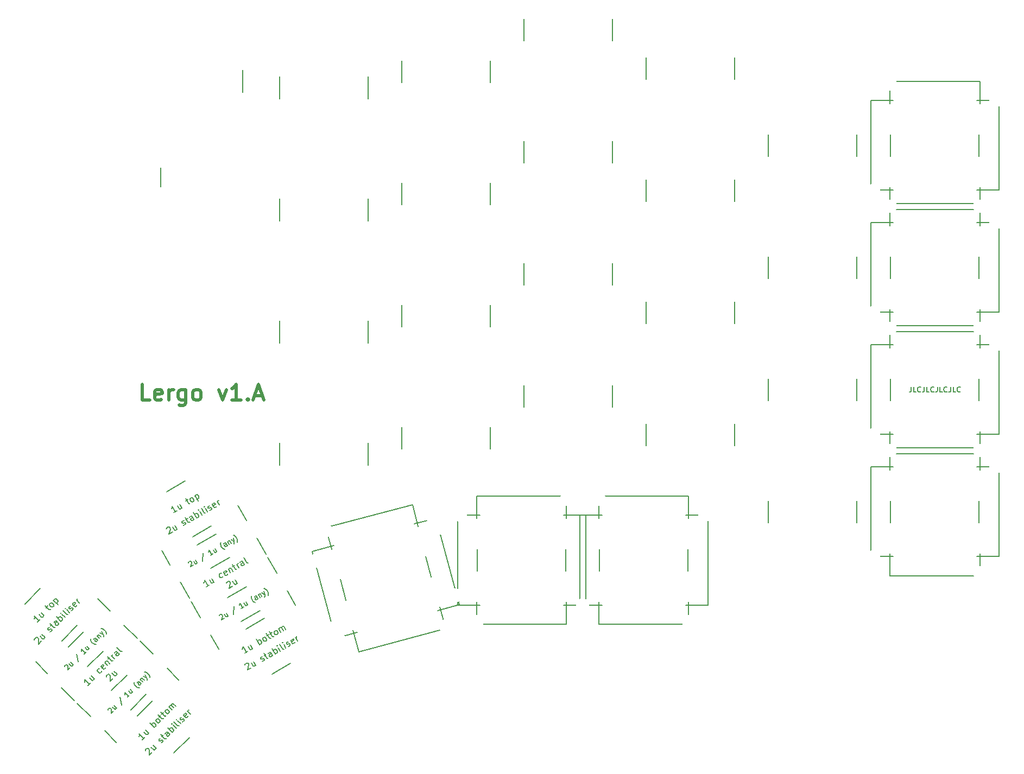
<source format=gto>
%TF.GenerationSoftware,KiCad,Pcbnew,5.1.12-84ad8e8a86~92~ubuntu20.04.1*%
%TF.CreationDate,2021-11-16T23:16:43+01:00*%
%TF.ProjectId,LergoTopPlate_Alu_LessRouting,4c657267-6f54-46f7-9050-6c6174655f41,v1.A*%
%TF.SameCoordinates,Original*%
%TF.FileFunction,Legend,Top*%
%TF.FilePolarity,Positive*%
%FSLAX46Y46*%
G04 Gerber Fmt 4.6, Leading zero omitted, Abs format (unit mm)*
G04 Created by KiCad (PCBNEW 5.1.12-84ad8e8a86~92~ubuntu20.04.1) date 2021-11-16 23:16:43*
%MOMM*%
%LPD*%
G01*
G04 APERTURE LIST*
%ADD10C,0.200000*%
%ADD11C,0.500000*%
%ADD12C,0.150000*%
%ADD13C,2.000000*%
%ADD14C,2.200000*%
%ADD15C,5.300000*%
%ADD16C,1.200000*%
%ADD17C,2.500000*%
G04 APERTURE END LIST*
D10*
X154860000Y-116420000D02*
X154860000Y-119820000D01*
X168660000Y-116420000D02*
X168660000Y-119820000D01*
D11*
X103804761Y-93155952D02*
X102614285Y-93155952D01*
X102614285Y-90655952D01*
X105590476Y-93036904D02*
X105352380Y-93155952D01*
X104876190Y-93155952D01*
X104638095Y-93036904D01*
X104519047Y-92798809D01*
X104519047Y-91846428D01*
X104638095Y-91608333D01*
X104876190Y-91489285D01*
X105352380Y-91489285D01*
X105590476Y-91608333D01*
X105709523Y-91846428D01*
X105709523Y-92084523D01*
X104519047Y-92322619D01*
X106780952Y-93155952D02*
X106780952Y-91489285D01*
X106780952Y-91965476D02*
X106900000Y-91727380D01*
X107019047Y-91608333D01*
X107257142Y-91489285D01*
X107495238Y-91489285D01*
X109400000Y-91489285D02*
X109400000Y-93513095D01*
X109280952Y-93751190D01*
X109161904Y-93870238D01*
X108923809Y-93989285D01*
X108566666Y-93989285D01*
X108328571Y-93870238D01*
X109400000Y-93036904D02*
X109161904Y-93155952D01*
X108685714Y-93155952D01*
X108447619Y-93036904D01*
X108328571Y-92917857D01*
X108209523Y-92679761D01*
X108209523Y-91965476D01*
X108328571Y-91727380D01*
X108447619Y-91608333D01*
X108685714Y-91489285D01*
X109161904Y-91489285D01*
X109400000Y-91608333D01*
X110947619Y-93155952D02*
X110709523Y-93036904D01*
X110590476Y-92917857D01*
X110471428Y-92679761D01*
X110471428Y-91965476D01*
X110590476Y-91727380D01*
X110709523Y-91608333D01*
X110947619Y-91489285D01*
X111304761Y-91489285D01*
X111542857Y-91608333D01*
X111661904Y-91727380D01*
X111780952Y-91965476D01*
X111780952Y-92679761D01*
X111661904Y-92917857D01*
X111542857Y-93036904D01*
X111304761Y-93155952D01*
X110947619Y-93155952D01*
X114519047Y-91489285D02*
X115114285Y-93155952D01*
X115709523Y-91489285D01*
X117971428Y-93155952D02*
X116542857Y-93155952D01*
X117257142Y-93155952D02*
X117257142Y-90655952D01*
X117019047Y-91013095D01*
X116780952Y-91251190D01*
X116542857Y-91370238D01*
X119042857Y-92917857D02*
X119161904Y-93036904D01*
X119042857Y-93155952D01*
X118923809Y-93036904D01*
X119042857Y-92917857D01*
X119042857Y-93155952D01*
X120114285Y-92441666D02*
X121304761Y-92441666D01*
X119876190Y-93155952D02*
X120709523Y-90655952D01*
X121542857Y-93155952D01*
D10*
X86723266Y-122548337D02*
X84319103Y-124952500D01*
X109951723Y-145776794D02*
X107547560Y-148180957D01*
X103216531Y-139041602D02*
X100812368Y-141445765D01*
X93458458Y-129283529D02*
X91054295Y-131687692D01*
X96481339Y-132306410D02*
X94077176Y-134710573D01*
X100193650Y-136018721D02*
X97789487Y-138422884D01*
X96715568Y-144702876D02*
X98554046Y-146541354D01*
X92472928Y-140460235D02*
X94523537Y-142510845D01*
X89998054Y-137985362D02*
X92048664Y-140035971D01*
X85967545Y-133954853D02*
X87806023Y-135793330D01*
X106473642Y-134944802D02*
X108312120Y-136783280D01*
X102231001Y-130702162D02*
X104281611Y-132752771D01*
X99756128Y-128227288D02*
X101806737Y-130277898D01*
X95650489Y-124121649D02*
X97564096Y-126035257D01*
X104210900Y-140035971D02*
X101806737Y-142440134D01*
X92464089Y-128289160D02*
X90059926Y-130693323D01*
X113376963Y-112794731D02*
X110432477Y-114494731D01*
X121683213Y-127181579D02*
X118738727Y-128881579D01*
X117533420Y-109593926D02*
X118886545Y-111937608D01*
X120436545Y-114622286D02*
X121886545Y-117133760D01*
X122186545Y-117653375D02*
X123636545Y-120164849D01*
X125186545Y-122849528D02*
X126486545Y-125101194D01*
X105635395Y-116585942D02*
X106935395Y-118837608D01*
X108485395Y-121522286D02*
X109935395Y-124033760D01*
X110235395Y-124553375D02*
X111685395Y-127064849D01*
X113235395Y-129749528D02*
X114535395Y-132001194D01*
X118842588Y-122261472D02*
X115898102Y-123961472D01*
X116217588Y-117714838D02*
X113273102Y-119414838D01*
X114080088Y-114012580D02*
X111135602Y-115712580D01*
X120980088Y-125963730D02*
X118035602Y-127663730D01*
X125742588Y-134212622D02*
X122798102Y-135912622D01*
X109317588Y-105763688D02*
X106373102Y-107463688D01*
X173910000Y-116420000D02*
X173910000Y-119820000D01*
X187710000Y-116420000D02*
X187710000Y-119820000D01*
X133470119Y-121053778D02*
X134350104Y-124337925D01*
X146799896Y-117482075D02*
X147679881Y-120766222D01*
X219300000Y-108850000D02*
X219300000Y-112250000D01*
X233100000Y-108850000D02*
X233100000Y-112250000D01*
X219300000Y-89800000D02*
X219300000Y-93200000D01*
X233100000Y-89800000D02*
X233100000Y-93200000D01*
X219300000Y-70750000D02*
X219300000Y-74150000D01*
X233100000Y-70750000D02*
X233100000Y-74150000D01*
X219300000Y-51700000D02*
X219300000Y-55100000D01*
X233100000Y-51700000D02*
X233100000Y-55100000D01*
X137850000Y-42700000D02*
X137850000Y-46100000D01*
X124050000Y-42700000D02*
X124050000Y-46100000D01*
X156900000Y-59250000D02*
X156900000Y-62650000D01*
X143100000Y-59250000D02*
X143100000Y-62650000D01*
X214050000Y-70750000D02*
X214050000Y-74150000D01*
X200250000Y-70750000D02*
X200250000Y-74150000D01*
X214050000Y-89800000D02*
X214050000Y-93200000D01*
X200250000Y-89800000D02*
X200250000Y-93200000D01*
X195000000Y-77800000D02*
X195000000Y-81200000D01*
X181200000Y-77800000D02*
X181200000Y-81200000D01*
X175950000Y-71800000D02*
X175950000Y-75200000D01*
X162150000Y-71800000D02*
X162150000Y-75200000D01*
X137850000Y-80800000D02*
X137850000Y-84200000D01*
X124050000Y-80800000D02*
X124050000Y-84200000D01*
X156900000Y-78300000D02*
X156900000Y-81700000D01*
X143100000Y-78300000D02*
X143100000Y-81700000D01*
X137850000Y-99850000D02*
X137850000Y-103250000D01*
X124050000Y-99850000D02*
X124050000Y-103250000D01*
X137850000Y-61750000D02*
X137850000Y-65150000D01*
X124050000Y-61750000D02*
X124050000Y-65150000D01*
X156900000Y-40200000D02*
X156900000Y-43600000D01*
X143100000Y-40200000D02*
X143100000Y-43600000D01*
X175950000Y-90850000D02*
X175950000Y-94250000D01*
X162150000Y-90850000D02*
X162150000Y-94250000D01*
X175950000Y-52750000D02*
X175950000Y-56150000D01*
X162150000Y-52750000D02*
X162150000Y-56150000D01*
X175950000Y-33700000D02*
X175950000Y-37100000D01*
X162150000Y-33700000D02*
X162150000Y-37100000D01*
X195000000Y-96850000D02*
X195000000Y-100250000D01*
X181200000Y-96850000D02*
X181200000Y-100250000D01*
X195000000Y-58750000D02*
X195000000Y-62150000D01*
X181200000Y-58750000D02*
X181200000Y-62150000D01*
X195000000Y-39700000D02*
X195000000Y-43100000D01*
X181200000Y-39700000D02*
X181200000Y-43100000D01*
X214050000Y-108850000D02*
X214050000Y-112250000D01*
X200250000Y-108850000D02*
X200250000Y-112250000D01*
X214050000Y-51700000D02*
X214050000Y-55100000D01*
X200250000Y-51700000D02*
X200250000Y-55100000D01*
X156900000Y-97350000D02*
X156900000Y-100750000D01*
X143100000Y-97350000D02*
X143100000Y-100750000D01*
X105500000Y-56887500D02*
X105500000Y-59887500D01*
X118300000Y-41627500D02*
X118300000Y-45127500D01*
D12*
X236200000Y-46400000D02*
X236200000Y-60400000D01*
X236200000Y-46400000D02*
X232700000Y-46400000D01*
X236200000Y-60400000D02*
X232700000Y-60400000D01*
X219200000Y-43400000D02*
X233200000Y-43400000D01*
X233200000Y-43400000D02*
X233200000Y-46900000D01*
X219200000Y-43400000D02*
X219200000Y-46900000D01*
X216200000Y-60400000D02*
X219700000Y-60400000D01*
X216200000Y-46400000D02*
X219700000Y-46400000D01*
X216200000Y-60400000D02*
X216200000Y-46400000D01*
X233200000Y-63400000D02*
X233200000Y-59900000D01*
X219200000Y-63400000D02*
X219200000Y-59900000D01*
X233200000Y-63400000D02*
X219200000Y-63400000D01*
X236200000Y-65450000D02*
X236200000Y-79450000D01*
X236200000Y-79450000D02*
X232700000Y-79450000D01*
X236200000Y-65450000D02*
X232700000Y-65450000D01*
X233200000Y-82450000D02*
X219200000Y-82450000D01*
X219200000Y-82450000D02*
X219200000Y-78950000D01*
X233200000Y-82450000D02*
X233200000Y-78950000D01*
X216200000Y-79450000D02*
X219700000Y-79450000D01*
X216200000Y-65450000D02*
X219700000Y-65450000D01*
X216200000Y-79450000D02*
X216200000Y-65450000D01*
X233200000Y-62450000D02*
X233200000Y-65950000D01*
X219200000Y-62450000D02*
X219200000Y-65950000D01*
X219200000Y-62450000D02*
X233200000Y-62450000D01*
X216200000Y-98500000D02*
X216200000Y-84500000D01*
X216200000Y-98500000D02*
X219700000Y-98500000D01*
X216200000Y-84500000D02*
X219700000Y-84500000D01*
X233200000Y-101500000D02*
X219200000Y-101500000D01*
X219200000Y-101500000D02*
X219200000Y-98000000D01*
X233200000Y-101500000D02*
X233200000Y-98000000D01*
X236200000Y-84500000D02*
X232700000Y-84500000D01*
X236200000Y-98500000D02*
X232700000Y-98500000D01*
X236200000Y-84500000D02*
X236200000Y-98500000D01*
X219200000Y-81500000D02*
X219200000Y-85000000D01*
X233200000Y-81500000D02*
X233200000Y-85000000D01*
X219200000Y-81500000D02*
X233200000Y-81500000D01*
X216200000Y-117550000D02*
X216200000Y-103550000D01*
X216200000Y-103550000D02*
X219700000Y-103550000D01*
X216200000Y-117550000D02*
X219700000Y-117550000D01*
X219200000Y-100550000D02*
X233200000Y-100550000D01*
X233200000Y-100550000D02*
X233200000Y-104050000D01*
X219200000Y-100550000D02*
X219200000Y-104050000D01*
X236200000Y-103550000D02*
X232700000Y-103550000D01*
X236200000Y-117550000D02*
X232700000Y-117550000D01*
X236200000Y-103550000D02*
X236200000Y-117550000D01*
X219200000Y-120550000D02*
X219200000Y-117050000D01*
X233200000Y-120550000D02*
X233200000Y-117050000D01*
X233200000Y-120550000D02*
X219200000Y-120550000D01*
X190810000Y-111120000D02*
X190810000Y-125120000D01*
X190810000Y-111120000D02*
X187310000Y-111120000D01*
X190810000Y-125120000D02*
X187310000Y-125120000D01*
X173810000Y-108120000D02*
X187810000Y-108120000D01*
X187810000Y-108120000D02*
X187810000Y-111620000D01*
X173810000Y-108120000D02*
X173810000Y-111620000D01*
X170810000Y-125120000D02*
X174310000Y-125120000D01*
X170810000Y-111120000D02*
X174310000Y-111120000D01*
X170810000Y-125120000D02*
X170810000Y-111120000D01*
X187810000Y-128120000D02*
X187810000Y-124620000D01*
X173810000Y-128120000D02*
X173810000Y-124620000D01*
X187810000Y-128120000D02*
X173810000Y-128120000D01*
X168760000Y-128120000D02*
X154760000Y-128120000D01*
X154760000Y-128120000D02*
X154760000Y-124620000D01*
X168760000Y-128120000D02*
X168760000Y-124620000D01*
X151760000Y-125120000D02*
X151760000Y-111120000D01*
X151760000Y-111120000D02*
X155260000Y-111120000D01*
X151760000Y-125120000D02*
X155260000Y-125120000D01*
X154760000Y-108120000D02*
X154760000Y-111620000D01*
X168760000Y-108120000D02*
X168760000Y-111620000D01*
X154760000Y-108120000D02*
X168760000Y-108120000D01*
X171760000Y-125120000D02*
X168260000Y-125120000D01*
X171760000Y-111120000D02*
X168260000Y-111120000D01*
X171760000Y-111120000D02*
X171760000Y-125120000D01*
X148418391Y-111563582D02*
X152041858Y-125086543D01*
X148418391Y-111563582D02*
X145037651Y-112469448D01*
X152041858Y-125086543D02*
X148661117Y-125992410D01*
X131221195Y-113065728D02*
X144744156Y-109442261D01*
X144744156Y-109442261D02*
X145650023Y-112823002D01*
X131221195Y-113065728D02*
X132127061Y-116446468D01*
X132723341Y-130262924D02*
X136104081Y-129357058D01*
X129099874Y-116739963D02*
X132480615Y-115834096D01*
X132723341Y-130262924D02*
X129099874Y-116739963D01*
X149920537Y-128760778D02*
X149014671Y-125380038D01*
X136397576Y-132384245D02*
X135491709Y-129003504D01*
X149920537Y-128760778D02*
X136397576Y-132384245D01*
X97018403Y-136291461D02*
X97018403Y-136224118D01*
X97052074Y-136123102D01*
X97220433Y-135954743D01*
X97321448Y-135921072D01*
X97388792Y-135921072D01*
X97489807Y-135954743D01*
X97557151Y-136022087D01*
X97624494Y-136156774D01*
X97624494Y-136964896D01*
X98062227Y-136527163D01*
X98196914Y-135449667D02*
X98668319Y-135921072D01*
X97893868Y-135752713D02*
X98264258Y-136123102D01*
X98365273Y-136156774D01*
X98466288Y-136123102D01*
X98567303Y-136022087D01*
X98600975Y-135921072D01*
X98600975Y-135853728D01*
X94526694Y-137234271D02*
X94122633Y-137638332D01*
X94324663Y-137436301D02*
X93617556Y-136729194D01*
X93651228Y-136897553D01*
X93651228Y-137032240D01*
X93617556Y-137133255D01*
X94661381Y-136156775D02*
X95132785Y-136628179D01*
X94358335Y-136459820D02*
X94728724Y-136830210D01*
X94829739Y-136863881D01*
X94930755Y-136830210D01*
X95031770Y-136729194D01*
X95065442Y-136628179D01*
X95065442Y-136560836D01*
X96277625Y-135415996D02*
X96243953Y-135517011D01*
X96109266Y-135651698D01*
X96008251Y-135685370D01*
X95940907Y-135685370D01*
X95839892Y-135651698D01*
X95637861Y-135449668D01*
X95604190Y-135348653D01*
X95604190Y-135281309D01*
X95637861Y-135180294D01*
X95772548Y-135045607D01*
X95873564Y-135011935D01*
X96850045Y-134843576D02*
X96816373Y-134944592D01*
X96681686Y-135079279D01*
X96580671Y-135112950D01*
X96479655Y-135079279D01*
X96210281Y-134809905D01*
X96176609Y-134708889D01*
X96210281Y-134607874D01*
X96344968Y-134473187D01*
X96445984Y-134439515D01*
X96546999Y-134473187D01*
X96614342Y-134540530D01*
X96344968Y-134944592D01*
X96749029Y-134069126D02*
X97220434Y-134540530D01*
X96816373Y-134136469D02*
X96816373Y-134069126D01*
X96850045Y-133968111D01*
X96951060Y-133867095D01*
X97052075Y-133833424D01*
X97153090Y-133867095D01*
X97523480Y-134237485D01*
X97287777Y-133530378D02*
X97557151Y-133261004D01*
X97153090Y-133193660D02*
X97759182Y-133799752D01*
X97860197Y-133833424D01*
X97961212Y-133799752D01*
X98028556Y-133732408D01*
X98264258Y-133496706D02*
X97792854Y-133025302D01*
X97927541Y-133159989D02*
X97893869Y-133058973D01*
X97893869Y-132991630D01*
X97927541Y-132890615D01*
X97994884Y-132823271D01*
X99005037Y-132755928D02*
X98634647Y-132385538D01*
X98533632Y-132351867D01*
X98432617Y-132385538D01*
X98297930Y-132520225D01*
X98264258Y-132621241D01*
X98971365Y-132722256D02*
X98937693Y-132823271D01*
X98769334Y-132991630D01*
X98668319Y-133025302D01*
X98567304Y-132991630D01*
X98499960Y-132924286D01*
X98466289Y-132823271D01*
X98499960Y-132722256D01*
X98668319Y-132553897D01*
X98701991Y-132452882D01*
X99442769Y-132318195D02*
X99341754Y-132351867D01*
X99240739Y-132318195D01*
X98634647Y-131712103D01*
X97265891Y-141475228D02*
X97265891Y-141421353D01*
X97292828Y-141340541D01*
X97427515Y-141205854D01*
X97508327Y-141178916D01*
X97562202Y-141178916D01*
X97643014Y-141205854D01*
X97696889Y-141259729D01*
X97750764Y-141367478D01*
X97750764Y-142013976D01*
X98100950Y-141663790D01*
X98208700Y-140801793D02*
X98585823Y-141178916D01*
X97966263Y-141044229D02*
X98262575Y-141340541D01*
X98343387Y-141367478D01*
X98424199Y-141340541D01*
X98505011Y-141259729D01*
X98531949Y-141178916D01*
X98531949Y-141125042D01*
X99097634Y-139481860D02*
X99340071Y-140694043D01*
X100606128Y-139158611D02*
X100282880Y-139481860D01*
X100444504Y-139320236D02*
X99878819Y-138754550D01*
X99905756Y-138889237D01*
X99905756Y-138996987D01*
X99878819Y-139077799D01*
X100713878Y-138296614D02*
X101091002Y-138673738D01*
X100471441Y-138539051D02*
X100767753Y-138835362D01*
X100848565Y-138862300D01*
X100929377Y-138835362D01*
X101010189Y-138754550D01*
X101037127Y-138673738D01*
X101037127Y-138619863D01*
X102168498Y-138027240D02*
X102114623Y-138027240D01*
X101979936Y-138000303D01*
X101899124Y-137973366D01*
X101791374Y-137919491D01*
X101629750Y-137811741D01*
X101522000Y-137703992D01*
X101414250Y-137542367D01*
X101360376Y-137434618D01*
X101333438Y-137353805D01*
X101306501Y-137219118D01*
X101306501Y-137165244D01*
X102410934Y-137353805D02*
X102114623Y-137057494D01*
X102033811Y-137030557D01*
X101952998Y-137057494D01*
X101845249Y-137165244D01*
X101818311Y-137246056D01*
X102383997Y-137326868D02*
X102357059Y-137407680D01*
X102222372Y-137542367D01*
X102141560Y-137569305D01*
X102060748Y-137542367D01*
X102006873Y-137488492D01*
X101979936Y-137407680D01*
X102006873Y-137326868D01*
X102141560Y-137192181D01*
X102168498Y-137111369D01*
X102303185Y-136707308D02*
X102680308Y-137084431D01*
X102357059Y-136761183D02*
X102357059Y-136707308D01*
X102383997Y-136626496D01*
X102464809Y-136545683D01*
X102545621Y-136518746D01*
X102626433Y-136545683D01*
X102922745Y-136841995D01*
X102761120Y-136249372D02*
X103272931Y-136491809D01*
X103030495Y-135979998D02*
X103272931Y-136491809D01*
X103353743Y-136680370D01*
X103353743Y-136734245D01*
X103326806Y-136815057D01*
X103784742Y-136410996D02*
X103784742Y-136357121D01*
X103757804Y-136222434D01*
X103730867Y-136141622D01*
X103676992Y-136033873D01*
X103569243Y-135872248D01*
X103461493Y-135764499D01*
X103299869Y-135656749D01*
X103192119Y-135602874D01*
X103111307Y-135575937D01*
X102976620Y-135548999D01*
X102922745Y-135548999D01*
X90499763Y-134709100D02*
X90499763Y-134655225D01*
X90526700Y-134574413D01*
X90661387Y-134439726D01*
X90742199Y-134412788D01*
X90796074Y-134412788D01*
X90876886Y-134439726D01*
X90930761Y-134493601D01*
X90984636Y-134601350D01*
X90984636Y-135247848D01*
X91334822Y-134897662D01*
X91442572Y-134035665D02*
X91819695Y-134412788D01*
X91200135Y-134278101D02*
X91496447Y-134574413D01*
X91577259Y-134601350D01*
X91658071Y-134574413D01*
X91738883Y-134493601D01*
X91765821Y-134412788D01*
X91765821Y-134358914D01*
X92331506Y-132715732D02*
X92573943Y-133927915D01*
X93840000Y-132392483D02*
X93516752Y-132715732D01*
X93678376Y-132554108D02*
X93112691Y-131988422D01*
X93139628Y-132123109D01*
X93139628Y-132230859D01*
X93112691Y-132311671D01*
X93947750Y-131530486D02*
X94324874Y-131907610D01*
X93705313Y-131772923D02*
X94001625Y-132069234D01*
X94082437Y-132096172D01*
X94163249Y-132069234D01*
X94244061Y-131988422D01*
X94270999Y-131907610D01*
X94270999Y-131853735D01*
X95402370Y-131261112D02*
X95348495Y-131261112D01*
X95213808Y-131234175D01*
X95132996Y-131207238D01*
X95025246Y-131153363D01*
X94863622Y-131045613D01*
X94755872Y-130937864D01*
X94648122Y-130776239D01*
X94594248Y-130668490D01*
X94567310Y-130587677D01*
X94540373Y-130452990D01*
X94540373Y-130399116D01*
X95644806Y-130587677D02*
X95348495Y-130291366D01*
X95267683Y-130264429D01*
X95186870Y-130291366D01*
X95079121Y-130399116D01*
X95052183Y-130479928D01*
X95617869Y-130560740D02*
X95590931Y-130641552D01*
X95456244Y-130776239D01*
X95375432Y-130803177D01*
X95294620Y-130776239D01*
X95240745Y-130722364D01*
X95213808Y-130641552D01*
X95240745Y-130560740D01*
X95375432Y-130426053D01*
X95402370Y-130345241D01*
X95537057Y-129941180D02*
X95914180Y-130318303D01*
X95590931Y-129995055D02*
X95590931Y-129941180D01*
X95617869Y-129860368D01*
X95698681Y-129779555D01*
X95779493Y-129752618D01*
X95860305Y-129779555D01*
X96156617Y-130075867D01*
X95994992Y-129483244D02*
X96506803Y-129725681D01*
X96264367Y-129213870D02*
X96506803Y-129725681D01*
X96587615Y-129914242D01*
X96587615Y-129968117D01*
X96560678Y-130048929D01*
X97018614Y-129644868D02*
X97018614Y-129590993D01*
X96991676Y-129456306D01*
X96964739Y-129375494D01*
X96910864Y-129267745D01*
X96803115Y-129106120D01*
X96695365Y-128998371D01*
X96533741Y-128890621D01*
X96425991Y-128836746D01*
X96345179Y-128809809D01*
X96210492Y-128782871D01*
X96156617Y-128782871D01*
X103112149Y-147840031D02*
X103112149Y-147772687D01*
X103145821Y-147671672D01*
X103314179Y-147503313D01*
X103415195Y-147469642D01*
X103482538Y-147469642D01*
X103583553Y-147503313D01*
X103650897Y-147570657D01*
X103718240Y-147705344D01*
X103718240Y-148513466D01*
X104155973Y-148075733D01*
X104290660Y-146998237D02*
X104762065Y-147469642D01*
X103987614Y-147301283D02*
X104358004Y-147671672D01*
X104459019Y-147705344D01*
X104560034Y-147671672D01*
X104661049Y-147570657D01*
X104694721Y-147469642D01*
X104694721Y-147402298D01*
X105570187Y-146594176D02*
X105671202Y-146560504D01*
X105805889Y-146425817D01*
X105839561Y-146324802D01*
X105805889Y-146223787D01*
X105772217Y-146190115D01*
X105671202Y-146156443D01*
X105570187Y-146190115D01*
X105469171Y-146291130D01*
X105368156Y-146324802D01*
X105267141Y-146291130D01*
X105233469Y-146257459D01*
X105199797Y-146156443D01*
X105233469Y-146055428D01*
X105334484Y-145954413D01*
X105435500Y-145920741D01*
X105637530Y-145651367D02*
X105906904Y-145381993D01*
X105502843Y-145314650D02*
X106108935Y-145920741D01*
X106209950Y-145954413D01*
X106310965Y-145920741D01*
X106378309Y-145853398D01*
X106917057Y-145314650D02*
X106546667Y-144944260D01*
X106445652Y-144910589D01*
X106344637Y-144944260D01*
X106209950Y-145078947D01*
X106176278Y-145179963D01*
X106883385Y-145280978D02*
X106849713Y-145381993D01*
X106681355Y-145550352D01*
X106580339Y-145584024D01*
X106479324Y-145550352D01*
X106411980Y-145483008D01*
X106378309Y-145381993D01*
X106411980Y-145280978D01*
X106580339Y-145112619D01*
X106614011Y-145011604D01*
X107253774Y-144977932D02*
X106546667Y-144270825D01*
X106816042Y-144540199D02*
X106849713Y-144439184D01*
X106984400Y-144304497D01*
X107085416Y-144270825D01*
X107152759Y-144270825D01*
X107253774Y-144304497D01*
X107455805Y-144506527D01*
X107489477Y-144607543D01*
X107489477Y-144674886D01*
X107455805Y-144775901D01*
X107321118Y-144910589D01*
X107220103Y-144944260D01*
X107893538Y-144338169D02*
X107422133Y-143866764D01*
X107186431Y-143631062D02*
X107186431Y-143698405D01*
X107253774Y-143698405D01*
X107253774Y-143631062D01*
X107186431Y-143631062D01*
X107253774Y-143698405D01*
X108331270Y-143900436D02*
X108230255Y-143934108D01*
X108129240Y-143900436D01*
X107523148Y-143294344D01*
X108600644Y-143631062D02*
X108129240Y-143159657D01*
X107893538Y-142923955D02*
X107893538Y-142991299D01*
X107960881Y-142991299D01*
X107960881Y-142923955D01*
X107893538Y-142923955D01*
X107960881Y-142991299D01*
X108870018Y-143294344D02*
X108971034Y-143260673D01*
X109105721Y-143125986D01*
X109139392Y-143024970D01*
X109105721Y-142923955D01*
X109072049Y-142890283D01*
X108971034Y-142856612D01*
X108870018Y-142890283D01*
X108769003Y-142991299D01*
X108667988Y-143024970D01*
X108566973Y-142991299D01*
X108533301Y-142957627D01*
X108499629Y-142856612D01*
X108533301Y-142755596D01*
X108634316Y-142654581D01*
X108735331Y-142620909D01*
X109745484Y-142418879D02*
X109711812Y-142519894D01*
X109577125Y-142654581D01*
X109476110Y-142688253D01*
X109375095Y-142654581D01*
X109105721Y-142385207D01*
X109072049Y-142284192D01*
X109105721Y-142183177D01*
X109240408Y-142048490D01*
X109341423Y-142014818D01*
X109442438Y-142048490D01*
X109509782Y-142115833D01*
X109240408Y-142519894D01*
X110115873Y-142115833D02*
X109644469Y-141644429D01*
X109779156Y-141779116D02*
X109745484Y-141678100D01*
X109745484Y-141610757D01*
X109779156Y-141509742D01*
X109846499Y-141442398D01*
X86680333Y-127367605D02*
X86276272Y-127771666D01*
X86478303Y-127569636D02*
X85771196Y-126862529D01*
X85804868Y-127030888D01*
X85804868Y-127165575D01*
X85771196Y-127266590D01*
X86815020Y-126290109D02*
X87286425Y-126761514D01*
X86511974Y-126593155D02*
X86882364Y-126963544D01*
X86983379Y-126997216D01*
X87084394Y-126963544D01*
X87185409Y-126862529D01*
X87219081Y-126761514D01*
X87219081Y-126694170D01*
X87589471Y-125515659D02*
X87858845Y-125246285D01*
X87454783Y-125178941D02*
X88060875Y-125785033D01*
X88161890Y-125818705D01*
X88262906Y-125785033D01*
X88330249Y-125717689D01*
X88666967Y-125380972D02*
X88565951Y-125414643D01*
X88498608Y-125414643D01*
X88397593Y-125380972D01*
X88195562Y-125178941D01*
X88161890Y-125077926D01*
X88161890Y-125010582D01*
X88195562Y-124909567D01*
X88296577Y-124808552D01*
X88397593Y-124774880D01*
X88464936Y-124774880D01*
X88565951Y-124808552D01*
X88767982Y-125010582D01*
X88801654Y-125111598D01*
X88801654Y-125178941D01*
X88767982Y-125279956D01*
X88666967Y-125380972D01*
X88734310Y-124370819D02*
X89441417Y-125077926D01*
X88767982Y-124404491D02*
X88801654Y-124303476D01*
X88936341Y-124168789D01*
X89037356Y-124135117D01*
X89104699Y-124135117D01*
X89205715Y-124168789D01*
X89407745Y-124370819D01*
X89441417Y-124471834D01*
X89441417Y-124539178D01*
X89407745Y-124640193D01*
X89273058Y-124774880D01*
X89172043Y-124808552D01*
X85788032Y-130515914D02*
X85788032Y-130448570D01*
X85821704Y-130347555D01*
X85990062Y-130179196D01*
X86091078Y-130145525D01*
X86158421Y-130145525D01*
X86259436Y-130179196D01*
X86326780Y-130246540D01*
X86394123Y-130381227D01*
X86394123Y-131189349D01*
X86831856Y-130751616D01*
X86966543Y-129674120D02*
X87437948Y-130145525D01*
X86663497Y-129977166D02*
X87033887Y-130347555D01*
X87134902Y-130381227D01*
X87235917Y-130347555D01*
X87336932Y-130246540D01*
X87370604Y-130145525D01*
X87370604Y-130078181D01*
X88246070Y-129270059D02*
X88347085Y-129236387D01*
X88481772Y-129101700D01*
X88515444Y-129000685D01*
X88481772Y-128899670D01*
X88448100Y-128865998D01*
X88347085Y-128832326D01*
X88246070Y-128865998D01*
X88145054Y-128967013D01*
X88044039Y-129000685D01*
X87943024Y-128967013D01*
X87909352Y-128933342D01*
X87875680Y-128832326D01*
X87909352Y-128731311D01*
X88010367Y-128630296D01*
X88111383Y-128596624D01*
X88313413Y-128327250D02*
X88582787Y-128057876D01*
X88178726Y-127990533D02*
X88784818Y-128596624D01*
X88885833Y-128630296D01*
X88986848Y-128596624D01*
X89054192Y-128529281D01*
X89592940Y-127990533D02*
X89222550Y-127620143D01*
X89121535Y-127586472D01*
X89020520Y-127620143D01*
X88885833Y-127754830D01*
X88852161Y-127855846D01*
X89559268Y-127956861D02*
X89525596Y-128057876D01*
X89357238Y-128226235D01*
X89256222Y-128259907D01*
X89155207Y-128226235D01*
X89087863Y-128158891D01*
X89054192Y-128057876D01*
X89087863Y-127956861D01*
X89256222Y-127788502D01*
X89289894Y-127687487D01*
X89929657Y-127653815D02*
X89222550Y-126946708D01*
X89491925Y-127216082D02*
X89525596Y-127115067D01*
X89660283Y-126980380D01*
X89761299Y-126946708D01*
X89828642Y-126946708D01*
X89929657Y-126980380D01*
X90131688Y-127182410D01*
X90165360Y-127283426D01*
X90165360Y-127350769D01*
X90131688Y-127451784D01*
X89997001Y-127586472D01*
X89895986Y-127620143D01*
X90569421Y-127014052D02*
X90098016Y-126542647D01*
X89862314Y-126306945D02*
X89862314Y-126374288D01*
X89929657Y-126374288D01*
X89929657Y-126306945D01*
X89862314Y-126306945D01*
X89929657Y-126374288D01*
X91007153Y-126576319D02*
X90906138Y-126609991D01*
X90805123Y-126576319D01*
X90199031Y-125970227D01*
X91276527Y-126306945D02*
X90805123Y-125835540D01*
X90569421Y-125599838D02*
X90569421Y-125667182D01*
X90636764Y-125667182D01*
X90636764Y-125599838D01*
X90569421Y-125599838D01*
X90636764Y-125667182D01*
X91545901Y-125970227D02*
X91646917Y-125936556D01*
X91781604Y-125801869D01*
X91815275Y-125700853D01*
X91781604Y-125599838D01*
X91747932Y-125566166D01*
X91646917Y-125532495D01*
X91545901Y-125566166D01*
X91444886Y-125667182D01*
X91343871Y-125700853D01*
X91242856Y-125667182D01*
X91209184Y-125633510D01*
X91175512Y-125532495D01*
X91209184Y-125431479D01*
X91310199Y-125330464D01*
X91411214Y-125296792D01*
X92421367Y-125094762D02*
X92387695Y-125195777D01*
X92253008Y-125330464D01*
X92151993Y-125364136D01*
X92050978Y-125330464D01*
X91781604Y-125061090D01*
X91747932Y-124960075D01*
X91781604Y-124859060D01*
X91916291Y-124724373D01*
X92017306Y-124690701D01*
X92118321Y-124724373D01*
X92185665Y-124791716D01*
X91916291Y-125195777D01*
X92791756Y-124791716D02*
X92320352Y-124320312D01*
X92455039Y-124454999D02*
X92421367Y-124353983D01*
X92421367Y-124286640D01*
X92455039Y-124185625D01*
X92522382Y-124118281D01*
X103011134Y-145685039D02*
X102607073Y-146089100D01*
X102809103Y-145887069D02*
X102101996Y-145179962D01*
X102135668Y-145348321D01*
X102135668Y-145483008D01*
X102101996Y-145584023D01*
X103145821Y-144607543D02*
X103617225Y-145078947D01*
X102842775Y-144910588D02*
X103213164Y-145280978D01*
X103314179Y-145314649D01*
X103415195Y-145280978D01*
X103516210Y-145179962D01*
X103549882Y-145078947D01*
X103549882Y-145011604D01*
X104492691Y-144203482D02*
X103785584Y-143496375D01*
X104054958Y-143765749D02*
X104088630Y-143664734D01*
X104223317Y-143530047D01*
X104324332Y-143496375D01*
X104391675Y-143496375D01*
X104492691Y-143530047D01*
X104694721Y-143732077D01*
X104728393Y-143833092D01*
X104728393Y-143900436D01*
X104694721Y-144001451D01*
X104560034Y-144136138D01*
X104459019Y-144169810D01*
X105233469Y-143462703D02*
X105132454Y-143496375D01*
X105065110Y-143496375D01*
X104964095Y-143462703D01*
X104762065Y-143260673D01*
X104728393Y-143159657D01*
X104728393Y-143092314D01*
X104762065Y-142991299D01*
X104863080Y-142890283D01*
X104964095Y-142856612D01*
X105031439Y-142856612D01*
X105132454Y-142890283D01*
X105334484Y-143092314D01*
X105368156Y-143193329D01*
X105368156Y-143260673D01*
X105334484Y-143361688D01*
X105233469Y-143462703D01*
X105199797Y-142553566D02*
X105469171Y-142284192D01*
X105065110Y-142216848D02*
X105671202Y-142822940D01*
X105772217Y-142856612D01*
X105873232Y-142822940D01*
X105940576Y-142755596D01*
X105603858Y-142149505D02*
X105873232Y-141880131D01*
X105469171Y-141812787D02*
X106075263Y-142418879D01*
X106176278Y-142452551D01*
X106277293Y-142418879D01*
X106344637Y-142351535D01*
X106681354Y-142014818D02*
X106580339Y-142048490D01*
X106512996Y-142048490D01*
X106411980Y-142014818D01*
X106209950Y-141812787D01*
X106176278Y-141711772D01*
X106176278Y-141644429D01*
X106209950Y-141543413D01*
X106310965Y-141442398D01*
X106411980Y-141408726D01*
X106479324Y-141408726D01*
X106580339Y-141442398D01*
X106782370Y-141644429D01*
X106816041Y-141745444D01*
X106816041Y-141812787D01*
X106782370Y-141913803D01*
X106681354Y-142014818D01*
X107220102Y-141476070D02*
X106748698Y-141004665D01*
X106816041Y-141072009D02*
X106816041Y-141004665D01*
X106849713Y-140903650D01*
X106950728Y-140802635D01*
X107051744Y-140768963D01*
X107152759Y-140802635D01*
X107523148Y-141173024D01*
X107152759Y-140802635D02*
X107119087Y-140701620D01*
X107152759Y-140600604D01*
X107253774Y-140499589D01*
X107354789Y-140465917D01*
X107455805Y-140499589D01*
X107826194Y-140869978D01*
X115704945Y-121703105D02*
X115722375Y-121638056D01*
X115781044Y-121549198D01*
X115987240Y-121430150D01*
X116093528Y-121423770D01*
X116158577Y-121441200D01*
X116247436Y-121499869D01*
X116295055Y-121582348D01*
X116325244Y-121729875D01*
X116116086Y-122510461D01*
X116652197Y-122200937D01*
X117061172Y-121195016D02*
X117394505Y-121772366D01*
X116690018Y-121409301D02*
X116951923Y-121862934D01*
X117040781Y-121921603D01*
X117147069Y-121915223D01*
X117270787Y-121843794D01*
X117329456Y-121754936D01*
X117346886Y-121689887D01*
X113054121Y-121968886D02*
X112559250Y-122254601D01*
X112806685Y-122111743D02*
X112306685Y-121245718D01*
X112295635Y-121417055D01*
X112260776Y-121547153D01*
X112202107Y-121636011D01*
X113463095Y-120962965D02*
X113796429Y-121540315D01*
X113091942Y-121177250D02*
X113353846Y-121630883D01*
X113442705Y-121689552D01*
X113548993Y-121683172D01*
X113672711Y-121611743D01*
X113731380Y-121522885D01*
X113748810Y-121457836D01*
X115215995Y-120665742D02*
X115157326Y-120754601D01*
X114992369Y-120849839D01*
X114886080Y-120856218D01*
X114821032Y-120838789D01*
X114732173Y-120780119D01*
X114589316Y-120532684D01*
X114582936Y-120426396D01*
X114600366Y-120361347D01*
X114659035Y-120272488D01*
X114823992Y-120177250D01*
X114930281Y-120170871D01*
X115917063Y-120260980D02*
X115858394Y-120349839D01*
X115693437Y-120445077D01*
X115587149Y-120451456D01*
X115498290Y-120392787D01*
X115307814Y-120062873D01*
X115301434Y-119956585D01*
X115360103Y-119867726D01*
X115525061Y-119772488D01*
X115631349Y-119766109D01*
X115720207Y-119824778D01*
X115767826Y-119907256D01*
X115403052Y-120227830D01*
X116019932Y-119486774D02*
X116353266Y-120064124D01*
X116067551Y-119569253D02*
X116084981Y-119504204D01*
X116143650Y-119415345D01*
X116267368Y-119343917D01*
X116373656Y-119337537D01*
X116462515Y-119396206D01*
X116724419Y-119849839D01*
X116679761Y-119105822D02*
X117009676Y-118915345D01*
X116636812Y-118745718D02*
X117065384Y-119488025D01*
X117154242Y-119546695D01*
X117260530Y-119540315D01*
X117343009Y-119492696D01*
X117631684Y-119326029D02*
X117298351Y-118748679D01*
X117393589Y-118913636D02*
X117387209Y-118807348D01*
X117404639Y-118742299D01*
X117463308Y-118653441D01*
X117545787Y-118605822D01*
X118538949Y-118802220D02*
X118277044Y-118348587D01*
X118188186Y-118289918D01*
X118081898Y-118296298D01*
X117916940Y-118391536D01*
X117858271Y-118480394D01*
X118515139Y-118760980D02*
X118456470Y-118849839D01*
X118250274Y-118968886D01*
X118143985Y-118975266D01*
X118055127Y-118916597D01*
X118007508Y-118834118D01*
X118001128Y-118727830D01*
X118059797Y-118638972D01*
X118265994Y-118519924D01*
X118324663Y-118431066D01*
X119075060Y-118492696D02*
X118968772Y-118499075D01*
X118879913Y-118440406D01*
X118451342Y-117698099D01*
X114602342Y-126774292D02*
X114616286Y-126722253D01*
X114663221Y-126651167D01*
X114828178Y-126555929D01*
X114913209Y-126550825D01*
X114965248Y-126564769D01*
X115036334Y-126611704D01*
X115074430Y-126677687D01*
X115098581Y-126795709D01*
X114931255Y-127420178D01*
X115360144Y-127172559D01*
X115687323Y-126367821D02*
X115953990Y-126829701D01*
X115390400Y-126539250D02*
X115599924Y-126902156D01*
X115671011Y-126949091D01*
X115756041Y-126943987D01*
X115855016Y-126886844D01*
X115901951Y-126815758D01*
X115915895Y-126763718D01*
X116887592Y-125322937D02*
X116808031Y-126556563D01*
X118428348Y-125401130D02*
X118032451Y-125629701D01*
X118230400Y-125515416D02*
X117830400Y-124822595D01*
X117821560Y-124959665D01*
X117793672Y-125063743D01*
X117746737Y-125134830D01*
X118755528Y-124596393D02*
X119022194Y-125058273D01*
X118458605Y-124767821D02*
X118668128Y-125130727D01*
X118739215Y-125177662D01*
X118824246Y-125172559D01*
X118923220Y-125115416D01*
X118970155Y-125044329D01*
X118984099Y-124992290D01*
X120230301Y-124712681D02*
X120178262Y-124698737D01*
X120055137Y-124637858D01*
X119984050Y-124590922D01*
X119893916Y-124510996D01*
X119765686Y-124365086D01*
X119689496Y-124233120D01*
X119627249Y-124049115D01*
X119603097Y-123931093D01*
X119597994Y-123846063D01*
X119606834Y-123708993D01*
X119620778Y-123656954D01*
X120638775Y-124124939D02*
X120429251Y-123762034D01*
X120358164Y-123715098D01*
X120273134Y-123720202D01*
X120141168Y-123796393D01*
X120094233Y-123867479D01*
X120619727Y-124091948D02*
X120572792Y-124163035D01*
X120407835Y-124258273D01*
X120322804Y-124263377D01*
X120251718Y-124216441D01*
X120213622Y-124150458D01*
X120208519Y-124065428D01*
X120255454Y-123994341D01*
X120420411Y-123899103D01*
X120467346Y-123828016D01*
X120702023Y-123472583D02*
X120968689Y-123934463D01*
X120740118Y-123538566D02*
X120754062Y-123486527D01*
X120800997Y-123415440D01*
X120899971Y-123358297D01*
X120985002Y-123353194D01*
X121056089Y-123400129D01*
X121265612Y-123763035D01*
X121262877Y-123148774D02*
X121694501Y-123515416D01*
X121592792Y-122958297D02*
X121694501Y-123515416D01*
X121723756Y-123718468D01*
X121709813Y-123770507D01*
X121662877Y-123841594D01*
X122209788Y-123569823D02*
X122223732Y-123517784D01*
X122232572Y-123380715D01*
X122227468Y-123295684D01*
X122203317Y-123177662D01*
X122141070Y-122993657D01*
X122064880Y-122861692D01*
X121936650Y-122715782D01*
X121846516Y-122635855D01*
X121775429Y-122588920D01*
X121652303Y-122528041D01*
X121600264Y-122514097D01*
X109817967Y-118487512D02*
X109831911Y-118435473D01*
X109878846Y-118364387D01*
X110043803Y-118269149D01*
X110128834Y-118264045D01*
X110180873Y-118277989D01*
X110251959Y-118324924D01*
X110290055Y-118390907D01*
X110314206Y-118508929D01*
X110146880Y-119133398D01*
X110575769Y-118885779D01*
X110902948Y-118081041D02*
X111169615Y-118542921D01*
X110606025Y-118252470D02*
X110815549Y-118615376D01*
X110886636Y-118662311D01*
X110971666Y-118657207D01*
X111070641Y-118600064D01*
X111117576Y-118528978D01*
X111131520Y-118476938D01*
X112103217Y-117036157D02*
X112023656Y-118269783D01*
X113643973Y-117114350D02*
X113248076Y-117342921D01*
X113446025Y-117228636D02*
X113046025Y-116535815D01*
X113037185Y-116672885D01*
X113009297Y-116776963D01*
X112962362Y-116848050D01*
X113971153Y-116309613D02*
X114237819Y-116771493D01*
X113674230Y-116481041D02*
X113883753Y-116843947D01*
X113954840Y-116890882D01*
X114039871Y-116885779D01*
X114138845Y-116828636D01*
X114185780Y-116757549D01*
X114199724Y-116705510D01*
X115445926Y-116425901D02*
X115393887Y-116411957D01*
X115270762Y-116351078D01*
X115199675Y-116304142D01*
X115109541Y-116224216D01*
X114981311Y-116078306D01*
X114905121Y-115946340D01*
X114842874Y-115762335D01*
X114818722Y-115644313D01*
X114813619Y-115559283D01*
X114822459Y-115422213D01*
X114836403Y-115370174D01*
X115854400Y-115838159D02*
X115644876Y-115475254D01*
X115573789Y-115428318D01*
X115488759Y-115433422D01*
X115356793Y-115509613D01*
X115309858Y-115580699D01*
X115835352Y-115805168D02*
X115788417Y-115876255D01*
X115623460Y-115971493D01*
X115538429Y-115976597D01*
X115467343Y-115929661D01*
X115429247Y-115863678D01*
X115424144Y-115778648D01*
X115471079Y-115707561D01*
X115636036Y-115612323D01*
X115682971Y-115541236D01*
X115917648Y-115185803D02*
X116184314Y-115647683D01*
X115955743Y-115251786D02*
X115969687Y-115199747D01*
X116016622Y-115128660D01*
X116115596Y-115071517D01*
X116200627Y-115066414D01*
X116271714Y-115113349D01*
X116481237Y-115476255D01*
X116478502Y-114861994D02*
X116910126Y-115228636D01*
X116808417Y-114671517D02*
X116910126Y-115228636D01*
X116939381Y-115431688D01*
X116925438Y-115483727D01*
X116878502Y-115554814D01*
X117425413Y-115283043D02*
X117439357Y-115231004D01*
X117448197Y-115093935D01*
X117443093Y-115008904D01*
X117418942Y-114890882D01*
X117356695Y-114706877D01*
X117280505Y-114574912D01*
X117152275Y-114429002D01*
X117062141Y-114349075D01*
X116991054Y-114302140D01*
X116867928Y-114241261D01*
X116815889Y-114227317D01*
X118602061Y-134435343D02*
X118619491Y-134370294D01*
X118678160Y-134281436D01*
X118884356Y-134162388D01*
X118990645Y-134156009D01*
X119055693Y-134173438D01*
X119144552Y-134232107D01*
X119192171Y-134314586D01*
X119222360Y-134462114D01*
X119013203Y-135242699D01*
X119549314Y-134933176D01*
X119958288Y-133927254D02*
X120291621Y-134504604D01*
X119587134Y-134141540D02*
X119849039Y-134595172D01*
X119937897Y-134653841D01*
X120044185Y-134647461D01*
X120167903Y-134576033D01*
X120226572Y-134487174D01*
X120244002Y-134422126D01*
X121298794Y-133868127D02*
X121405082Y-133861747D01*
X121570040Y-133766509D01*
X121628709Y-133677651D01*
X121622329Y-133571363D01*
X121598519Y-133530123D01*
X121509661Y-133471454D01*
X121403373Y-133477834D01*
X121279655Y-133549262D01*
X121173367Y-133555642D01*
X121084509Y-133496973D01*
X121060699Y-133455734D01*
X121054319Y-133349446D01*
X121112988Y-133260587D01*
X121236706Y-133189159D01*
X121342994Y-133182779D01*
X121607860Y-132974873D02*
X121937775Y-132784397D01*
X121564911Y-132614769D02*
X121993483Y-133357077D01*
X122082341Y-133415746D01*
X122188629Y-133409366D01*
X122271108Y-133361747D01*
X122930937Y-132980795D02*
X122669032Y-132527162D01*
X122580174Y-132468493D01*
X122473885Y-132474873D01*
X122308928Y-132570111D01*
X122250259Y-132658969D01*
X122907127Y-132939555D02*
X122848458Y-133028414D01*
X122642262Y-133147461D01*
X122535973Y-133153841D01*
X122447115Y-133095172D01*
X122399496Y-133012693D01*
X122393116Y-132906405D01*
X122451785Y-132817547D01*
X122657982Y-132698499D01*
X122716651Y-132609641D01*
X123343330Y-132742699D02*
X122843330Y-131876674D01*
X123033806Y-132206589D02*
X123092475Y-132117730D01*
X123257432Y-132022492D01*
X123363720Y-132016112D01*
X123428769Y-132033542D01*
X123517628Y-132092211D01*
X123660485Y-132339647D01*
X123666864Y-132445935D01*
X123649435Y-132510984D01*
X123590766Y-132599842D01*
X123425808Y-132695080D01*
X123319520Y-132701460D01*
X124126877Y-132290319D02*
X123793543Y-131712968D01*
X123626877Y-131424293D02*
X123609447Y-131489342D01*
X123674496Y-131506772D01*
X123691925Y-131441723D01*
X123626877Y-131424293D01*
X123674496Y-131506772D01*
X124662988Y-131980795D02*
X124556699Y-131987174D01*
X124467841Y-131928505D01*
X124039270Y-131186198D01*
X124992902Y-131790319D02*
X124659569Y-131212968D01*
X124492902Y-130924293D02*
X124475472Y-130989342D01*
X124540521Y-131006772D01*
X124557951Y-130941723D01*
X124492902Y-130924293D01*
X124540521Y-131006772D01*
X125340246Y-131534793D02*
X125446534Y-131528414D01*
X125611492Y-131433176D01*
X125670161Y-131344317D01*
X125663781Y-131238029D01*
X125639971Y-131196790D01*
X125551113Y-131138121D01*
X125444825Y-131144501D01*
X125321107Y-131215929D01*
X125214819Y-131222309D01*
X125125960Y-131163640D01*
X125102151Y-131122400D01*
X125095771Y-131016112D01*
X125154440Y-130927254D01*
X125278158Y-130855825D01*
X125384446Y-130849446D01*
X126412468Y-130915746D02*
X126353799Y-131004604D01*
X126188842Y-131099842D01*
X126082554Y-131106222D01*
X125993695Y-131047553D01*
X125803219Y-130717639D01*
X125796839Y-130611350D01*
X125855508Y-130522492D01*
X126020466Y-130427254D01*
X126126754Y-130420874D01*
X126215612Y-130479543D01*
X126263231Y-130562022D01*
X125898457Y-130882596D01*
X126848671Y-130718890D02*
X126515337Y-130141540D01*
X126610575Y-130306497D02*
X126604196Y-130200209D01*
X126621625Y-130135160D01*
X126680295Y-130046302D01*
X126762773Y-129998683D01*
X108028800Y-110407633D02*
X107533929Y-110693347D01*
X107781365Y-110550490D02*
X107281365Y-109684464D01*
X107270314Y-109855801D01*
X107235455Y-109985899D01*
X107176786Y-110074757D01*
X108437775Y-109401711D02*
X108771108Y-109979061D01*
X108066621Y-109615997D02*
X108328526Y-110069629D01*
X108417384Y-110128298D01*
X108523672Y-110121918D01*
X108647390Y-110050490D01*
X108706059Y-109961631D01*
X108723489Y-109896582D01*
X109386279Y-108854092D02*
X109716193Y-108663616D01*
X109343330Y-108493988D02*
X109771901Y-109236296D01*
X109860760Y-109294965D01*
X109967048Y-109288585D01*
X110049526Y-109240966D01*
X110461919Y-109002871D02*
X110355631Y-109009250D01*
X110290582Y-108991821D01*
X110201724Y-108933151D01*
X110058867Y-108685716D01*
X110052487Y-108579428D01*
X110069917Y-108514379D01*
X110128586Y-108425520D01*
X110252304Y-108354092D01*
X110358592Y-108347712D01*
X110423641Y-108365142D01*
X110512499Y-108423811D01*
X110655356Y-108671247D01*
X110661736Y-108777535D01*
X110644306Y-108842584D01*
X110585637Y-108931442D01*
X110461919Y-109002871D01*
X110788415Y-108044568D02*
X111288415Y-108910593D01*
X110812224Y-108085807D02*
X110870893Y-107996949D01*
X111035851Y-107901711D01*
X111142139Y-107895331D01*
X111207188Y-107912761D01*
X111296046Y-107971430D01*
X111438903Y-108218866D01*
X111445283Y-108325154D01*
X111427853Y-108390203D01*
X111369184Y-108479061D01*
X111204227Y-108574299D01*
X111097939Y-108580679D01*
X106352061Y-113217721D02*
X106369491Y-113152672D01*
X106428160Y-113063814D01*
X106634356Y-112944766D01*
X106740645Y-112938387D01*
X106805693Y-112955816D01*
X106894552Y-113014485D01*
X106942171Y-113096964D01*
X106972360Y-113244492D01*
X106763203Y-114025077D01*
X107299314Y-113715554D01*
X107708288Y-112709632D02*
X108041621Y-113286982D01*
X107337134Y-112923918D02*
X107599039Y-113377550D01*
X107687897Y-113436219D01*
X107794185Y-113429839D01*
X107917903Y-113358411D01*
X107976572Y-113269552D01*
X107994002Y-113204504D01*
X109048794Y-112650505D02*
X109155082Y-112644125D01*
X109320040Y-112548887D01*
X109378709Y-112460029D01*
X109372329Y-112353741D01*
X109348519Y-112312501D01*
X109259661Y-112253832D01*
X109153373Y-112260212D01*
X109029655Y-112331640D01*
X108923367Y-112338020D01*
X108834509Y-112279351D01*
X108810699Y-112238112D01*
X108804319Y-112131824D01*
X108862988Y-112042965D01*
X108986706Y-111971537D01*
X109092994Y-111965157D01*
X109357860Y-111757251D02*
X109687775Y-111566775D01*
X109314911Y-111397147D02*
X109743483Y-112139455D01*
X109832341Y-112198124D01*
X109938629Y-112191744D01*
X110021108Y-112144125D01*
X110680937Y-111763173D02*
X110419032Y-111309540D01*
X110330174Y-111250871D01*
X110223885Y-111257251D01*
X110058928Y-111352489D01*
X110000259Y-111441347D01*
X110657127Y-111721933D02*
X110598458Y-111810792D01*
X110392262Y-111929839D01*
X110285973Y-111936219D01*
X110197115Y-111877550D01*
X110149496Y-111795071D01*
X110143116Y-111688783D01*
X110201785Y-111599925D01*
X110407982Y-111480877D01*
X110466651Y-111392019D01*
X111093330Y-111525077D02*
X110593330Y-110659052D01*
X110783806Y-110988967D02*
X110842475Y-110900108D01*
X111007432Y-110804870D01*
X111113720Y-110798490D01*
X111178769Y-110815920D01*
X111267628Y-110874589D01*
X111410485Y-111122025D01*
X111416864Y-111228313D01*
X111399435Y-111293362D01*
X111340766Y-111382220D01*
X111175808Y-111477458D01*
X111069520Y-111483838D01*
X111876877Y-111072697D02*
X111543543Y-110495346D01*
X111376877Y-110206671D02*
X111359447Y-110271720D01*
X111424496Y-110289150D01*
X111441925Y-110224101D01*
X111376877Y-110206671D01*
X111424496Y-110289150D01*
X112412988Y-110763173D02*
X112306699Y-110769552D01*
X112217841Y-110710883D01*
X111789270Y-109968576D01*
X112742902Y-110572697D02*
X112409569Y-109995346D01*
X112242902Y-109706671D02*
X112225472Y-109771720D01*
X112290521Y-109789150D01*
X112307951Y-109724101D01*
X112242902Y-109706671D01*
X112290521Y-109789150D01*
X113090246Y-110317171D02*
X113196534Y-110310792D01*
X113361492Y-110215554D01*
X113420161Y-110126695D01*
X113413781Y-110020407D01*
X113389971Y-109979168D01*
X113301113Y-109920499D01*
X113194825Y-109926879D01*
X113071107Y-109998307D01*
X112964819Y-110004687D01*
X112875960Y-109946018D01*
X112852151Y-109904778D01*
X112845771Y-109798490D01*
X112904440Y-109709632D01*
X113028158Y-109638203D01*
X113134446Y-109631824D01*
X114162468Y-109698124D02*
X114103799Y-109786982D01*
X113938842Y-109882220D01*
X113832554Y-109888600D01*
X113743695Y-109829931D01*
X113553219Y-109500017D01*
X113546839Y-109393728D01*
X113605508Y-109304870D01*
X113770466Y-109209632D01*
X113876754Y-109203252D01*
X113965612Y-109261921D01*
X114013231Y-109344400D01*
X113648457Y-109664974D01*
X114598671Y-109501268D02*
X114265337Y-108923918D01*
X114360575Y-109088875D02*
X114354196Y-108982587D01*
X114371625Y-108917538D01*
X114430295Y-108828680D01*
X114512773Y-108781061D01*
X119062241Y-132327635D02*
X118567369Y-132613350D01*
X118814805Y-132470493D02*
X118314805Y-131604467D01*
X118303755Y-131775804D01*
X118268895Y-131905902D01*
X118210226Y-131994760D01*
X119471215Y-131321714D02*
X119804548Y-131899064D01*
X119100061Y-131535999D02*
X119361966Y-131989632D01*
X119450824Y-132048301D01*
X119557113Y-132041921D01*
X119680830Y-131970493D01*
X119739500Y-131881634D01*
X119756929Y-131816585D01*
X120876770Y-131280016D02*
X120376770Y-130413991D01*
X120567246Y-130743905D02*
X120625916Y-130655047D01*
X120790873Y-130559809D01*
X120897161Y-130553429D01*
X120962210Y-130570859D01*
X121051068Y-130629528D01*
X121193925Y-130876964D01*
X121200305Y-130983252D01*
X121182875Y-131048301D01*
X121124206Y-131137159D01*
X120959249Y-131232397D01*
X120852961Y-131238777D01*
X121784035Y-130756207D02*
X121677747Y-130762587D01*
X121612698Y-130745157D01*
X121523840Y-130686488D01*
X121380983Y-130439052D01*
X121374603Y-130332764D01*
X121392033Y-130267715D01*
X121450702Y-130178857D01*
X121574420Y-130107428D01*
X121680708Y-130101048D01*
X121745757Y-130118478D01*
X121834615Y-130177147D01*
X121977472Y-130424583D01*
X121983852Y-130530871D01*
X121966422Y-130595920D01*
X121907753Y-130684778D01*
X121784035Y-130756207D01*
X121986813Y-129869333D02*
X122316727Y-129678857D01*
X121943864Y-129509229D02*
X122372435Y-130251537D01*
X122461294Y-130310206D01*
X122567582Y-130303826D01*
X122650060Y-130256207D01*
X122481684Y-129583619D02*
X122811599Y-129393142D01*
X122438736Y-129223515D02*
X122867307Y-129965822D01*
X122956165Y-130024491D01*
X123062453Y-130018112D01*
X123144932Y-129970493D01*
X123557325Y-129732397D02*
X123451037Y-129738777D01*
X123385988Y-129721347D01*
X123297130Y-129662678D01*
X123154273Y-129415242D01*
X123147893Y-129308954D01*
X123165323Y-129243905D01*
X123223992Y-129155047D01*
X123347710Y-129083619D01*
X123453998Y-129077239D01*
X123519047Y-129094669D01*
X123607905Y-129153338D01*
X123750762Y-129400773D01*
X123757142Y-129507062D01*
X123739712Y-129572110D01*
X123681043Y-129660969D01*
X123557325Y-129732397D01*
X124217154Y-129351445D02*
X123883821Y-128774095D01*
X123931440Y-128856573D02*
X123948869Y-128791525D01*
X124007539Y-128702666D01*
X124131256Y-128631238D01*
X124237545Y-128624858D01*
X124326403Y-128683527D01*
X124588308Y-129137159D01*
X124326403Y-128683527D02*
X124320023Y-128577239D01*
X124378692Y-128488380D01*
X124502410Y-128416952D01*
X124608698Y-128410572D01*
X124697557Y-128469241D01*
X124959461Y-128922874D01*
X222504761Y-91061904D02*
X222504761Y-91633333D01*
X222466666Y-91747619D01*
X222390476Y-91823809D01*
X222276190Y-91861904D01*
X222200000Y-91861904D01*
X223266666Y-91861904D02*
X222885714Y-91861904D01*
X222885714Y-91061904D01*
X223990476Y-91785714D02*
X223952380Y-91823809D01*
X223838095Y-91861904D01*
X223761904Y-91861904D01*
X223647619Y-91823809D01*
X223571428Y-91747619D01*
X223533333Y-91671428D01*
X223495238Y-91519047D01*
X223495238Y-91404761D01*
X223533333Y-91252380D01*
X223571428Y-91176190D01*
X223647619Y-91100000D01*
X223761904Y-91061904D01*
X223838095Y-91061904D01*
X223952380Y-91100000D01*
X223990476Y-91138095D01*
X224561904Y-91061904D02*
X224561904Y-91633333D01*
X224523809Y-91747619D01*
X224447619Y-91823809D01*
X224333333Y-91861904D01*
X224257142Y-91861904D01*
X225323809Y-91861904D02*
X224942857Y-91861904D01*
X224942857Y-91061904D01*
X226047619Y-91785714D02*
X226009523Y-91823809D01*
X225895238Y-91861904D01*
X225819047Y-91861904D01*
X225704761Y-91823809D01*
X225628571Y-91747619D01*
X225590476Y-91671428D01*
X225552380Y-91519047D01*
X225552380Y-91404761D01*
X225590476Y-91252380D01*
X225628571Y-91176190D01*
X225704761Y-91100000D01*
X225819047Y-91061904D01*
X225895238Y-91061904D01*
X226009523Y-91100000D01*
X226047619Y-91138095D01*
X226619047Y-91061904D02*
X226619047Y-91633333D01*
X226580952Y-91747619D01*
X226504761Y-91823809D01*
X226390476Y-91861904D01*
X226314285Y-91861904D01*
X227380952Y-91861904D02*
X227000000Y-91861904D01*
X227000000Y-91061904D01*
X228104761Y-91785714D02*
X228066666Y-91823809D01*
X227952380Y-91861904D01*
X227876190Y-91861904D01*
X227761904Y-91823809D01*
X227685714Y-91747619D01*
X227647619Y-91671428D01*
X227609523Y-91519047D01*
X227609523Y-91404761D01*
X227647619Y-91252380D01*
X227685714Y-91176190D01*
X227761904Y-91100000D01*
X227876190Y-91061904D01*
X227952380Y-91061904D01*
X228066666Y-91100000D01*
X228104761Y-91138095D01*
X228676190Y-91061904D02*
X228676190Y-91633333D01*
X228638095Y-91747619D01*
X228561904Y-91823809D01*
X228447619Y-91861904D01*
X228371428Y-91861904D01*
X229438095Y-91861904D02*
X229057142Y-91861904D01*
X229057142Y-91061904D01*
X230161904Y-91785714D02*
X230123809Y-91823809D01*
X230009523Y-91861904D01*
X229933333Y-91861904D01*
X229819047Y-91823809D01*
X229742857Y-91747619D01*
X229704761Y-91671428D01*
X229666666Y-91519047D01*
X229666666Y-91404761D01*
X229704761Y-91252380D01*
X229742857Y-91176190D01*
X229819047Y-91100000D01*
X229933333Y-91061904D01*
X230009523Y-91061904D01*
X230123809Y-91100000D01*
X230161904Y-91138095D01*
%LPC*%
D13*
X187733750Y-127645000D03*
X173886250Y-108595000D03*
X190335000Y-111196250D03*
X171285000Y-125043750D03*
X168683750Y-108595000D03*
X154836250Y-127645000D03*
X171285000Y-125043750D03*
X152235000Y-111196250D03*
X149728080Y-128318445D03*
X131421920Y-113501555D03*
X147983445Y-111756920D03*
X133166555Y-130063080D03*
X233123750Y-120075000D03*
X219276250Y-101025000D03*
X235725000Y-103626250D03*
X216675000Y-117473750D03*
X233123750Y-101025000D03*
X219276250Y-81975000D03*
X235725000Y-84576250D03*
X216675000Y-98423750D03*
X233123750Y-81975000D03*
X219276250Y-62925000D03*
X235725000Y-65526250D03*
X216675000Y-79373750D03*
X233123750Y-62925000D03*
X219276250Y-43875000D03*
X235725000Y-46476250D03*
X216675000Y-60323750D03*
X120043750Y-84581250D03*
X103756250Y-30157500D03*
X103756250Y-67912500D03*
X120043750Y-67912500D03*
X120043750Y-30157500D03*
X103756250Y-84581250D03*
D14*
X132515357Y-128713975D03*
X151447503Y-123641122D03*
X129694229Y-118185384D03*
X148626375Y-113112531D03*
X87323251Y-117849006D03*
X101182543Y-131708298D03*
X79615787Y-125556470D03*
X93475079Y-139415762D03*
X106945463Y-152886146D03*
X93086171Y-139026854D03*
X114652927Y-145178682D03*
X100793635Y-131319390D03*
X111480544Y-123806366D03*
X101680544Y-106832268D03*
X120920220Y-118356366D03*
X111120220Y-101382268D03*
X132037431Y-128911939D03*
X115063333Y-138711939D03*
X126587431Y-119472263D03*
X109613333Y-129272263D03*
D15*
X232220381Y-136740000D03*
X98638899Y-159529137D03*
X98638899Y-34932171D03*
X232220381Y-37928844D03*
D16*
X209531250Y-39018750D03*
X204768750Y-34256250D03*
D17*
X207150000Y-36637500D03*
D13*
X105500000Y-99000000D03*
X169050000Y-104050000D03*
X157143750Y-21659375D03*
M02*

</source>
